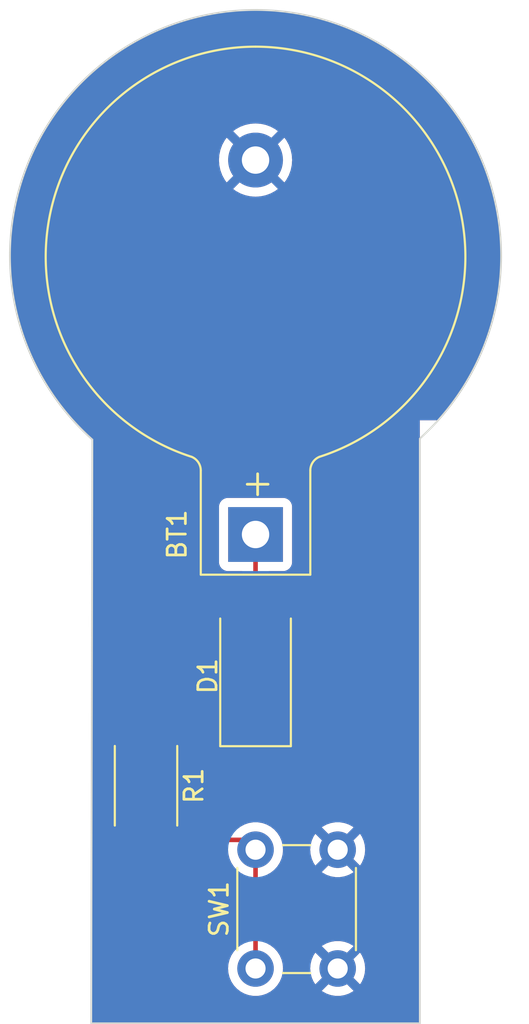
<source format=kicad_pcb>
(kicad_pcb (version 20221018) (generator pcbnew)
  (layers (0 "F.Cu" signal) (31 "B.Cu" signal) (34 "B.Paste" user) (35 "F.Paste" user) (36 "B.SilkS" user "B.Silkscreen") (37 "F.SilkS" user "F.Silkscreen") (38 "B.Mask" user) (39 "F.Mask" user) (44 "Edge.Cuts" user))
  (net 0 "")
  (net 1 "Net-(BT1-+)")
  (net 2 "GND")
  (net 3 "Net-(D1-K)")
  (net 4 "Net-(SW1-A)")
  (footprint "Button_Switch_THT:SW_PUSH_6mm" (layer "F.Cu") (at 99 78 90)
    (fp_text reference "SW1" (at 3.25 -2 90) (layer "F.SilkS"))
    (fp_text value "SW_SPST")
    (fp_line (start -0.25 1.5) (end -0.25 3) (stroke (width 0.12)) (layer "F.SilkS"))
    (fp_line (start 1 5.5) (end 5.5 5.5) (stroke (width 0.12)) (layer "F.SilkS"))
    (fp_line (start 5.5 -1) (end 1 -1) (stroke (width 0.12)) (layer "F.SilkS"))
    (fp_line (start 6.75 3) (end 6.75 1.5) (stroke (width 0.12)) (layer "F.SilkS"))
    (pad "1" thru_hole circle (at 0 0 180) (size 2 2) (drill 1.1) (layers "*.Cu" "*.Mask") (net 4 "Net-(SW1-A)"))
    (pad "1" thru_hole circle (at 6.5 0 180) (size 2 2) (drill 1.1) (layers "*.Cu" "*.Mask") (net 4 "Net-(SW1-A)"))
    (pad "2" thru_hole circle (at 0 4.5 180) (size 2 2) (drill 1.1) (layers "*.Cu" "*.Mask") (net 2 "GND"))
    (pad "2" thru_hole circle (at 6.5 4.5 180) (size 2 2) (drill 1.1) (layers "*.Cu" "*.Mask") (net 2 "GND"))
  )
  (footprint "Resistor_SMD:R_2512_6332Metric" (layer "F.Cu") (at 93 68 -90)
    (fp_text reference "R1" (at 0 -2.62 90) (layer "F.SilkS"))
    (fp_text value "R_US")
    (fp_line (start -2.177064 -1.71) (end 2.177064 -1.71) (stroke (width 0.12)) (layer "F.SilkS"))
    (fp_line (start -2.177064 1.71) (end 2.177064 1.71) (stroke (width 0.12)) (layer "F.SilkS"))
    (pad "1" smd roundrect (at -2.9625 0 270) (size 1.225 3.35) (layers "F.Cu" "F.Paste" "F.Mask") (roundrect_rratio 0.204082) (net 3 "Net-(D1-K)"))
    (pad "2" smd roundrect (at 2.9625 0 270) (size 1.225 3.35) (layers "F.Cu" "F.Paste" "F.Mask") (roundrect_rratio 0.204082) (net 4 "Net-(SW1-A)"))
  )
  (footprint "Battery:BatteryHolder_Keystone_103_1x20mm" (layer "F.Cu") (at 98.999999 54.250001 90)
    (fp_text reference "BT1" (at 0 -4.3 90) (layer "F.SilkS"))
    (fp_text value "Battery_Cell")
    (fp_text user "+" (at 2.75 0 90) (layer "F.SilkS") (effects (font (size 1.5 1.5))))
    (fp_line (start -2.2 -3) (end 3.5 -3) (stroke (width 0.12)) (layer "F.SilkS"))
    (fp_line (start -2.2 3) (end -2.2 -3) (stroke (width 0.12)) (layer "F.SilkS"))
    (fp_line (start -2.2 3) (end 3.5 3) (stroke (width 0.12)) (layer "F.SilkS"))
    (fp_arc (start 3.5 3) (mid 3.950694 3.136459) (end 4.25 3.5) (stroke (width 0.12)) (layer "F.SilkS"))
    (fp_arc (start 4.25 -3.5) (mid 3.950694 -3.136459) (end 3.5 -3) (stroke (width 0.12)) (layer "F.SilkS"))
    (fp_arc (start 4.25 -3.5) (mid 16.971103 -11.358466) (end 26.695671 0) (stroke (width 0.12)) (layer "F.SilkS"))
    (fp_arc (start 26.695671 0) (mid 16.971103 11.358466) (end 4.25 3.5) (stroke (width 0.12)) (layer "F.SilkS"))
    (pad "1" thru_hole rect (at 0 0 90) (size 3 3) (drill 1.5) (layers "*.Cu" "*.Mask") (net 1 "Net-(BT1-+)"))
    (pad "2" thru_hole circle (at 20.49 0 90) (size 3 3) (drill 1.5) (layers "*.Cu" "*.Mask") (net 2 "GND"))
  )
  (footprint "LED_SMD:LED_2512_6332Metric" (layer "F.Cu") (at 99 62 90)
    (fp_text reference "D1" (at 0 -2.62 90) (layer "F.SilkS"))
    (fp_text value "LED")
    (fp_line (start -3.835 -1.935) (end -3.835 1.935) (stroke (width 0.12)) (layer "F.SilkS"))
    (fp_line (start -3.835 1.935) (end 3.15 1.935) (stroke (width 0.12)) (layer "F.SilkS"))
    (fp_line (start 3.15 -1.935) (end -3.835 -1.935) (stroke (width 0.12)) (layer "F.SilkS"))
    (pad "1" smd roundrect (at -2.9 0 90) (size 1.35 3.35) (layers "F.Cu" "F.Paste" "F.Mask") (roundrect_rratio 0.185185) (net 3 "Net-(D1-K)"))
    (pad "2" smd roundrect (at 2.9 0 90) (size 1.35 3.35) (layers "F.Cu" "F.Paste" "F.Mask") (roundrect_rratio 0.185185) (net 1 "Net-(BT1-+)"))
  )
  (gr_line (start 90.061899 49.055364) (end 90 81) (stroke (width 0.1)) (layer "Edge.Cuts"))
  (gr_arc (start 90.061899 49.055364) (mid 98.958477 25.54644) (end 108 49) (stroke (width 0.1)) (layer "Edge.Cuts"))
  (gr_line (start 90 81) (end 108 81) (stroke (width 0.1)) (layer "Edge.Cuts"))
  (gr_line (start 108 52) (end 108 49) (stroke (width 0.1)) (layer "Edge.Cuts"))
  (gr_line (start 108 81) (end 108 52) (stroke (width 0.1)) (layer "Edge.Cuts"))
  (segment (start 98.999999 54.250001) (end 99 59.1) (width 0.25) (layer "F.Cu") (net 1))
  (segment (start 93.1375 64.9) (end 93 65.0375) (width 0.25) (layer "F.Cu") (net 3))
  (segment (start 99 64.9) (end 93.1375 64.9) (width 0.25) (layer "F.Cu") (net 3))
  (segment (start 98.4625 70.9625) (end 99 71.5) (width 0.25) (layer "F.Cu") (net 4))
  (segment (start 99 71.5) (end 99 78) (width 0.25) (layer "F.Cu") (net 4))
  (segment (start 93 70.9625) (end 98.4625 70.9625) (width 0.25) (layer "F.Cu") (net 4))
  (zone (net 2) (net_name "GND") (layers "F&B.Cu") (connect_pads (clearance 0.5)) (min_thickness 0.25) (fill yes (thermal_gap 0.5) (thermal_bridge_width 0.5))
    (polygon (pts (xy 108 81) (xy 90 81) (xy 90 49) (xy 85 49) (xy 85 25) (xy 114 25) (xy 114 48) (xy 108 48)))
  )
)
</source>
